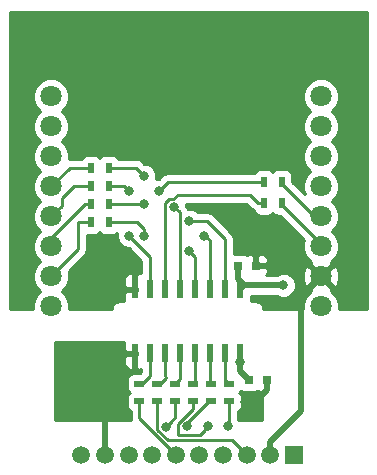
<source format=gtl>
G04 #@! TF.GenerationSoftware,KiCad,Pcbnew,(2017-09-19 revision dddaa7e69)-makepkg*
G04 #@! TF.CreationDate,2017-12-24T07:49:48+10:30*
G04 #@! TF.ProjectId,din_isolated_SPI,64696E5F69736F6C617465645F535049,rev?*
G04 #@! TF.SameCoordinates,Original*
G04 #@! TF.FileFunction,Copper,L1,Top,Signal*
G04 #@! TF.FilePolarity,Positive*
%FSLAX46Y46*%
G04 Gerber Fmt 4.6, Leading zero omitted, Abs format (unit mm)*
G04 Created by KiCad (PCBNEW (2017-09-19 revision dddaa7e69)-makepkg) date 12/24/17 07:49:48*
%MOMM*%
%LPD*%
G01*
G04 APERTURE LIST*
%ADD10R,0.900000X0.500000*%
%ADD11R,0.800000X0.750000*%
%ADD12R,0.500000X0.900000*%
%ADD13R,0.600000X1.500000*%
%ADD14C,1.500000*%
%ADD15R,1.500000X1.500000*%
%ADD16C,1.800000*%
%ADD17C,0.800000*%
%ADD18C,0.250000*%
%ADD19C,0.500000*%
%ADD20C,0.254000*%
G04 APERTURE END LIST*
D10*
X128651000Y-83768500D03*
X128651000Y-85268500D03*
D11*
X138482000Y-73787000D03*
X136982000Y-73787000D03*
X137934000Y-83439000D03*
X139434000Y-83439000D03*
D12*
X124536000Y-67013700D03*
X126036000Y-67013700D03*
X126036000Y-65468500D03*
X124536000Y-65468500D03*
X124536000Y-68558800D03*
X126036000Y-68558800D03*
X126036000Y-70104000D03*
X124536000Y-70104000D03*
X140704000Y-66675000D03*
X139204000Y-66675000D03*
D10*
X136271000Y-85268500D03*
X136271000Y-83768500D03*
X133223000Y-83768500D03*
X133223000Y-85268500D03*
X131699000Y-85268500D03*
X131699000Y-83768500D03*
X130175000Y-83768500D03*
X130175000Y-85268500D03*
D12*
X139204000Y-68453000D03*
X140704000Y-68453000D03*
D10*
X134747000Y-83768500D03*
X134747000Y-85268500D03*
D13*
X137160000Y-81186000D03*
X135890000Y-81186000D03*
X134620000Y-81186000D03*
X133350000Y-81186000D03*
X132080000Y-81186000D03*
X130810000Y-81186000D03*
X129540000Y-81186000D03*
X128270000Y-81186000D03*
X128270000Y-75786000D03*
X129540000Y-75786000D03*
X130810000Y-75786000D03*
X132080000Y-75786000D03*
X133350000Y-75786000D03*
X134620000Y-75786000D03*
X135890000Y-75786000D03*
X137160000Y-75786000D03*
D14*
X123732000Y-89789000D03*
X125732000Y-89789000D03*
X127732000Y-89789000D03*
X129732000Y-89789000D03*
X131732000Y-89789000D03*
X133732000Y-89789000D03*
X135732000Y-89789000D03*
X137732000Y-89789000D03*
X139732000Y-89789000D03*
D15*
X141732000Y-89789000D03*
D16*
X144018000Y-59436000D03*
X144018000Y-61976000D03*
X144018000Y-64516000D03*
X144018000Y-67056000D03*
X144018000Y-69596000D03*
X144018000Y-72136000D03*
X144018000Y-74676000D03*
X144018000Y-77216000D03*
X121158000Y-77216000D03*
X121158000Y-74676000D03*
X121158000Y-72136000D03*
X121158000Y-69596000D03*
X121158000Y-67056000D03*
X121158000Y-64516000D03*
X121158000Y-61976000D03*
X121158000Y-59436000D03*
D17*
X127762000Y-67437000D03*
X127762000Y-71246988D03*
X130914712Y-87401978D03*
X132715000Y-87376000D03*
X136144000Y-87376000D03*
X130302008Y-67437000D03*
X131591054Y-68782715D03*
X129032000Y-71247004D03*
X132842000Y-72517004D03*
X129031996Y-68580000D03*
X134111990Y-71247000D03*
X129032000Y-66166998D03*
X132842000Y-69977000D03*
X137160000Y-81914966D03*
X134493000Y-87376000D03*
X123952000Y-76327000D03*
X118872000Y-61087000D03*
X118872000Y-58547000D03*
X118872000Y-56007000D03*
X118872000Y-63627000D03*
X118872000Y-66167000D03*
X118872000Y-68707000D03*
X118872000Y-71247000D03*
X118872000Y-73787000D03*
X118872000Y-76327000D03*
X146812000Y-76327000D03*
X146812000Y-73787000D03*
X146812000Y-71247000D03*
X146812000Y-68707000D03*
X146812000Y-66167000D03*
X146812000Y-63627000D03*
X146812000Y-61087000D03*
X146812000Y-58547000D03*
X146812000Y-56007000D03*
X146812000Y-53467000D03*
X144272000Y-53467000D03*
X141732000Y-53467000D03*
X139192000Y-53467000D03*
X136652000Y-53467000D03*
X134112000Y-53467000D03*
X131445000Y-53467000D03*
X129032000Y-53467000D03*
X126492000Y-53467000D03*
X123952000Y-53467000D03*
X121412000Y-53467000D03*
X118872000Y-53467000D03*
X125147774Y-85686206D03*
X137621004Y-85288635D03*
X125222000Y-83947000D03*
X125222000Y-81534000D03*
X140843000Y-75438000D03*
D18*
X140704000Y-68453000D02*
X140704000Y-68653000D01*
X140704000Y-68653000D02*
X144018000Y-71967000D01*
X144018000Y-71967000D02*
X144018000Y-72136000D01*
X140704000Y-66675000D02*
X140704000Y-66875000D01*
X140704000Y-66875000D02*
X143425000Y-69596000D01*
X143425000Y-69596000D02*
X144018000Y-69596000D01*
X121158000Y-71436800D02*
X121158000Y-72136000D01*
X124036000Y-68558800D02*
X121158000Y-71436800D01*
X124536000Y-68558800D02*
X124036000Y-68558800D01*
X122057999Y-68061001D02*
X123105300Y-67013700D01*
X123105300Y-67013700D02*
X124536000Y-67013700D01*
X121158000Y-69596000D02*
X122057999Y-68696001D01*
X122057999Y-68696001D02*
X122057999Y-68061001D01*
X121158000Y-67056000D02*
X122745500Y-65468500D01*
X122745500Y-65468500D02*
X124536000Y-65468500D01*
X127362001Y-67037001D02*
X127762000Y-67437000D01*
X126036000Y-67013700D02*
X127338700Y-67013700D01*
X127338700Y-67013700D02*
X127362001Y-67037001D01*
X128161999Y-71646987D02*
X127762000Y-71246988D01*
X129540000Y-73024988D02*
X128161999Y-71646987D01*
X129540000Y-75786000D02*
X129540000Y-73024988D01*
X131729892Y-89789000D02*
X131732000Y-89789000D01*
X128651000Y-85268500D02*
X128651000Y-86710108D01*
X128651000Y-86710108D02*
X131729892Y-89789000D01*
X129540000Y-81186000D02*
X129540000Y-83079500D01*
X129540000Y-83079500D02*
X128851000Y-83768500D01*
X128851000Y-83768500D02*
X128651000Y-83768500D01*
X130810000Y-81186000D02*
X130810000Y-83133500D01*
X130810000Y-83133500D02*
X130875000Y-83198500D01*
X130875000Y-83198500D02*
X130875000Y-83268500D01*
X130375000Y-83768500D02*
X130175000Y-83768500D01*
X130875000Y-83268500D02*
X130375000Y-83768500D01*
X137732000Y-89789000D02*
X136462000Y-88519000D01*
X136462000Y-88519000D02*
X131025592Y-88519000D01*
X131025592Y-88519000D02*
X130175000Y-87668408D01*
X130175000Y-87668408D02*
X130175000Y-85268500D01*
X132080000Y-81186000D02*
X132080000Y-83387500D01*
X132080000Y-83387500D02*
X131699000Y-83768500D01*
X133350000Y-81186000D02*
X133350000Y-83641500D01*
X133350000Y-83641500D02*
X133223000Y-83768500D01*
X131699000Y-86617690D02*
X131314711Y-87001979D01*
X131699000Y-85268500D02*
X131699000Y-86617690D01*
X131314711Y-87001979D02*
X130914712Y-87401978D01*
X134547000Y-85268500D02*
X132715000Y-87100500D01*
X134747000Y-85268500D02*
X134547000Y-85268500D01*
X132715000Y-87100500D02*
X132715000Y-87376000D01*
X134620000Y-81186000D02*
X134620000Y-83641500D01*
X134620000Y-83641500D02*
X134747000Y-83768500D01*
X135890000Y-81186000D02*
X135890000Y-83387500D01*
X135890000Y-83387500D02*
X136271000Y-83768500D01*
X136271000Y-87249000D02*
X136144000Y-87376000D01*
X136271000Y-85268500D02*
X136271000Y-87249000D01*
X138004000Y-67753000D02*
X131874004Y-67753000D01*
X131874004Y-67753000D02*
X131515002Y-68112002D01*
X130810000Y-68469996D02*
X130810000Y-74786000D01*
X131515002Y-68112002D02*
X131167994Y-68112002D01*
X131167994Y-68112002D02*
X130810000Y-68469996D01*
X130810000Y-74786000D02*
X130810000Y-75786000D01*
X138704000Y-68453000D02*
X138004000Y-67753000D01*
X139204000Y-68453000D02*
X138704000Y-68453000D01*
X130702007Y-67037001D02*
X130302008Y-67437000D01*
X139204000Y-66675000D02*
X131064008Y-66675000D01*
X132080000Y-69271661D02*
X131991053Y-69182714D01*
X131064008Y-66675000D02*
X130702007Y-67037001D01*
X132080000Y-75786000D02*
X132080000Y-69271661D01*
X131991053Y-69182714D02*
X131591054Y-68782715D01*
X127889000Y-70104000D02*
X128454681Y-70104000D01*
X128454681Y-70104000D02*
X129032000Y-70681319D01*
X129032000Y-70681319D02*
X129032000Y-71247004D01*
X133241999Y-72917003D02*
X132842000Y-72517004D01*
X133350000Y-73025004D02*
X133241999Y-72917003D01*
X133350000Y-75786000D02*
X133350000Y-73025004D01*
X126036000Y-70104000D02*
X127889000Y-70104000D01*
X127762000Y-70104000D02*
X127889000Y-70104000D01*
X127635000Y-68580000D02*
X129031996Y-68580000D01*
X134130989Y-71228001D02*
X134111990Y-71247000D01*
X134220001Y-71228001D02*
X134130989Y-71228001D01*
X134620000Y-75786000D02*
X134620000Y-71628000D01*
X134620000Y-71628000D02*
X134220001Y-71228001D01*
X126557200Y-68580000D02*
X127635000Y-68580000D01*
X127635000Y-68580000D02*
X127762000Y-68580000D01*
X126036000Y-68558800D02*
X126536000Y-68558800D01*
X126536000Y-68558800D02*
X126557200Y-68580000D01*
X128632001Y-65766999D02*
X129032000Y-66166998D01*
X128333502Y-65468500D02*
X128632001Y-65766999D01*
X126036000Y-65468500D02*
X128333502Y-65468500D01*
X135890000Y-75786000D02*
X135890000Y-71517998D01*
X134349002Y-69977000D02*
X133407685Y-69977000D01*
X135890000Y-71517998D02*
X134349002Y-69977000D01*
X133407685Y-69977000D02*
X132842000Y-69977000D01*
D19*
X137284966Y-81914966D02*
X137160000Y-81914966D01*
X137160000Y-81186000D02*
X137160000Y-82665000D01*
X137160000Y-82665000D02*
X137934000Y-83439000D01*
D18*
X124536000Y-70104000D02*
X123444000Y-70104000D01*
X123444000Y-70104000D02*
X123444000Y-72390000D01*
X123444000Y-72390000D02*
X121158000Y-74676000D01*
X134093001Y-87775999D02*
X134493000Y-87376000D01*
X131912998Y-88081007D02*
X131950980Y-88118989D01*
X131912998Y-87178998D02*
X131912998Y-88081007D01*
X133750011Y-88118989D02*
X134093001Y-87775999D01*
X133223000Y-85868996D02*
X131912998Y-87178998D01*
X131950980Y-88118989D02*
X133750011Y-88118989D01*
X133223000Y-85268500D02*
X133223000Y-85868996D01*
D19*
X139732000Y-89789000D02*
X139732000Y-88728340D01*
X139732000Y-88728340D02*
X142367999Y-86092341D01*
X142367999Y-86092341D02*
X142367999Y-76326001D01*
X142367999Y-76326001D02*
X143118001Y-75575999D01*
X143118001Y-75575999D02*
X144018000Y-74676000D01*
X125732000Y-86270432D02*
X125547773Y-86086205D01*
X125732000Y-89789000D02*
X125732000Y-86270432D01*
X125547773Y-86086205D02*
X125147774Y-85686206D01*
X139434000Y-84314000D02*
X138459365Y-85288635D01*
X139434000Y-83439000D02*
X139434000Y-84314000D01*
X138186689Y-85288635D02*
X137621004Y-85288635D01*
X138459365Y-85288635D02*
X138186689Y-85288635D01*
X137508000Y-75438000D02*
X136982000Y-74912000D01*
X136982000Y-74912000D02*
X136982000Y-73787000D01*
X140843000Y-75438000D02*
X137508000Y-75438000D01*
X137508000Y-75438000D02*
X137160000Y-75786000D01*
D20*
G36*
X147880000Y-77470000D02*
X145552779Y-77470000D01*
X145553265Y-76912009D01*
X145320068Y-76347629D01*
X144888643Y-75915449D01*
X144867806Y-75906797D01*
X144918554Y-75756159D01*
X144018000Y-74855605D01*
X143117446Y-75756159D01*
X143168035Y-75906327D01*
X143149629Y-75913932D01*
X142717449Y-76345357D01*
X142483267Y-76909330D01*
X142482779Y-77470000D01*
X139140000Y-77470000D01*
X139085954Y-77198295D01*
X138932046Y-76967954D01*
X138701705Y-76814046D01*
X138430000Y-76760000D01*
X138062884Y-76760000D01*
X138107440Y-76536000D01*
X138107440Y-76323000D01*
X140275415Y-76323000D01*
X140636223Y-76472820D01*
X141047971Y-76473179D01*
X141428515Y-76315942D01*
X141719919Y-76025046D01*
X141877820Y-75644777D01*
X141878179Y-75233029D01*
X141720942Y-74852485D01*
X141430046Y-74561081D01*
X141127218Y-74435336D01*
X142471542Y-74435336D01*
X142497161Y-75045460D01*
X142681357Y-75490148D01*
X142937841Y-75576554D01*
X143838395Y-74676000D01*
X144197605Y-74676000D01*
X145098159Y-75576554D01*
X145354643Y-75490148D01*
X145564458Y-74916664D01*
X145538839Y-74306540D01*
X145354643Y-73861852D01*
X145098159Y-73775446D01*
X144197605Y-74676000D01*
X143838395Y-74676000D01*
X142937841Y-73775446D01*
X142681357Y-73861852D01*
X142471542Y-74435336D01*
X141127218Y-74435336D01*
X141049777Y-74403180D01*
X140638029Y-74402821D01*
X140274567Y-74553000D01*
X139389026Y-74553000D01*
X139420327Y-74521699D01*
X139517000Y-74288310D01*
X139517000Y-74072750D01*
X139358250Y-73914000D01*
X138609000Y-73914000D01*
X138609000Y-73934000D01*
X138355000Y-73934000D01*
X138355000Y-73914000D01*
X138335000Y-73914000D01*
X138335000Y-73660000D01*
X138355000Y-73660000D01*
X138355000Y-72935750D01*
X138609000Y-72935750D01*
X138609000Y-73660000D01*
X139358250Y-73660000D01*
X139517000Y-73501250D01*
X139517000Y-73285690D01*
X139420327Y-73052301D01*
X139241698Y-72873673D01*
X139008309Y-72777000D01*
X138767750Y-72777000D01*
X138609000Y-72935750D01*
X138355000Y-72935750D01*
X138196250Y-72777000D01*
X137955691Y-72777000D01*
X137722302Y-72873673D01*
X137721102Y-72874873D01*
X137629765Y-72813843D01*
X137382000Y-72764560D01*
X136650000Y-72764560D01*
X136650000Y-71517998D01*
X136636864Y-71451959D01*
X136592148Y-71227158D01*
X136427401Y-70980597D01*
X134886403Y-69439599D01*
X134639841Y-69274852D01*
X134349002Y-69217000D01*
X133545761Y-69217000D01*
X133429046Y-69100081D01*
X133048777Y-68942180D01*
X132756158Y-68941925D01*
X132626085Y-68747257D01*
X132626233Y-68577744D01*
X132599481Y-68513000D01*
X137689198Y-68513000D01*
X138166598Y-68990401D01*
X138324940Y-69096201D01*
X138348063Y-69111651D01*
X138355843Y-69150765D01*
X138496191Y-69360809D01*
X138706235Y-69501157D01*
X138954000Y-69550440D01*
X139454000Y-69550440D01*
X139701765Y-69501157D01*
X139911809Y-69360809D01*
X139954000Y-69297666D01*
X139996191Y-69360809D01*
X140206235Y-69501157D01*
X140454000Y-69550440D01*
X140526638Y-69550440D01*
X142577820Y-71601622D01*
X142483267Y-71829330D01*
X142482735Y-72439991D01*
X142715932Y-73004371D01*
X143147357Y-73436551D01*
X143168194Y-73445203D01*
X143117446Y-73595841D01*
X144018000Y-74496395D01*
X144918554Y-73595841D01*
X144867965Y-73445673D01*
X144886371Y-73438068D01*
X145318551Y-73006643D01*
X145552733Y-72442670D01*
X145553265Y-71832009D01*
X145320068Y-71267629D01*
X144918818Y-70865677D01*
X145318551Y-70466643D01*
X145552733Y-69902670D01*
X145553265Y-69292009D01*
X145320068Y-68727629D01*
X144918818Y-68325677D01*
X145318551Y-67926643D01*
X145552733Y-67362670D01*
X145553265Y-66752009D01*
X145320068Y-66187629D01*
X144918818Y-65785677D01*
X145318551Y-65386643D01*
X145552733Y-64822670D01*
X145553265Y-64212009D01*
X145320068Y-63647629D01*
X144918818Y-63245677D01*
X145318551Y-62846643D01*
X145552733Y-62282670D01*
X145553265Y-61672009D01*
X145320068Y-61107629D01*
X144918818Y-60705677D01*
X145318551Y-60306643D01*
X145552733Y-59742670D01*
X145553265Y-59132009D01*
X145320068Y-58567629D01*
X144888643Y-58135449D01*
X144324670Y-57901267D01*
X143714009Y-57900735D01*
X143149629Y-58133932D01*
X142717449Y-58565357D01*
X142483267Y-59129330D01*
X142482735Y-59739991D01*
X142715932Y-60304371D01*
X143117182Y-60706323D01*
X142717449Y-61105357D01*
X142483267Y-61669330D01*
X142482735Y-62279991D01*
X142715932Y-62844371D01*
X143117182Y-63246323D01*
X142717449Y-63645357D01*
X142483267Y-64209330D01*
X142482735Y-64819991D01*
X142715932Y-65384371D01*
X143117182Y-65786323D01*
X142717449Y-66185357D01*
X142483267Y-66749330D01*
X142482735Y-67359991D01*
X142636899Y-67733097D01*
X141601440Y-66697638D01*
X141601440Y-66225000D01*
X141552157Y-65977235D01*
X141411809Y-65767191D01*
X141201765Y-65626843D01*
X140954000Y-65577560D01*
X140454000Y-65577560D01*
X140206235Y-65626843D01*
X139996191Y-65767191D01*
X139954000Y-65830334D01*
X139911809Y-65767191D01*
X139701765Y-65626843D01*
X139454000Y-65577560D01*
X138954000Y-65577560D01*
X138706235Y-65626843D01*
X138496191Y-65767191D01*
X138397427Y-65915000D01*
X131064008Y-65915000D01*
X130773169Y-65972852D01*
X130526607Y-66137599D01*
X130262241Y-66401965D01*
X130097037Y-66401821D01*
X130046504Y-66422701D01*
X130066820Y-66373775D01*
X130067179Y-65962027D01*
X129909942Y-65581483D01*
X129619046Y-65290079D01*
X129238777Y-65132178D01*
X129071836Y-65132032D01*
X128870903Y-64931099D01*
X128624341Y-64766352D01*
X128333502Y-64708500D01*
X126842573Y-64708500D01*
X126743809Y-64560691D01*
X126533765Y-64420343D01*
X126286000Y-64371060D01*
X125786000Y-64371060D01*
X125538235Y-64420343D01*
X125328191Y-64560691D01*
X125286000Y-64623834D01*
X125243809Y-64560691D01*
X125033765Y-64420343D01*
X124786000Y-64371060D01*
X124286000Y-64371060D01*
X124038235Y-64420343D01*
X123828191Y-64560691D01*
X123729427Y-64708500D01*
X122745500Y-64708500D01*
X122692823Y-64718978D01*
X122693265Y-64212009D01*
X122460068Y-63647629D01*
X122058818Y-63245677D01*
X122458551Y-62846643D01*
X122692733Y-62282670D01*
X122693265Y-61672009D01*
X122460068Y-61107629D01*
X122058818Y-60705677D01*
X122458551Y-60306643D01*
X122692733Y-59742670D01*
X122693265Y-59132009D01*
X122460068Y-58567629D01*
X122028643Y-58135449D01*
X121464670Y-57901267D01*
X120854009Y-57900735D01*
X120289629Y-58133932D01*
X119857449Y-58565357D01*
X119623267Y-59129330D01*
X119622735Y-59739991D01*
X119855932Y-60304371D01*
X120257182Y-60706323D01*
X119857449Y-61105357D01*
X119623267Y-61669330D01*
X119622735Y-62279991D01*
X119855932Y-62844371D01*
X120257182Y-63246323D01*
X119857449Y-63645357D01*
X119623267Y-64209330D01*
X119622735Y-64819991D01*
X119855932Y-65384371D01*
X120257182Y-65786323D01*
X119857449Y-66185357D01*
X119623267Y-66749330D01*
X119622735Y-67359991D01*
X119855932Y-67924371D01*
X120257182Y-68326323D01*
X119857449Y-68725357D01*
X119623267Y-69289330D01*
X119622735Y-69899991D01*
X119855932Y-70464371D01*
X120257182Y-70866323D01*
X119857449Y-71265357D01*
X119623267Y-71829330D01*
X119622735Y-72439991D01*
X119855932Y-73004371D01*
X120257182Y-73406323D01*
X119857449Y-73805357D01*
X119623267Y-74369330D01*
X119622735Y-74979991D01*
X119855932Y-75544371D01*
X120257182Y-75946323D01*
X119857449Y-76345357D01*
X119623267Y-76909330D01*
X119622779Y-77470000D01*
X117729000Y-77470000D01*
X117729000Y-52324000D01*
X147880000Y-52324000D01*
X147880000Y-77470000D01*
X147880000Y-77470000D01*
G37*
X147880000Y-77470000D02*
X145552779Y-77470000D01*
X145553265Y-76912009D01*
X145320068Y-76347629D01*
X144888643Y-75915449D01*
X144867806Y-75906797D01*
X144918554Y-75756159D01*
X144018000Y-74855605D01*
X143117446Y-75756159D01*
X143168035Y-75906327D01*
X143149629Y-75913932D01*
X142717449Y-76345357D01*
X142483267Y-76909330D01*
X142482779Y-77470000D01*
X139140000Y-77470000D01*
X139085954Y-77198295D01*
X138932046Y-76967954D01*
X138701705Y-76814046D01*
X138430000Y-76760000D01*
X138062884Y-76760000D01*
X138107440Y-76536000D01*
X138107440Y-76323000D01*
X140275415Y-76323000D01*
X140636223Y-76472820D01*
X141047971Y-76473179D01*
X141428515Y-76315942D01*
X141719919Y-76025046D01*
X141877820Y-75644777D01*
X141878179Y-75233029D01*
X141720942Y-74852485D01*
X141430046Y-74561081D01*
X141127218Y-74435336D01*
X142471542Y-74435336D01*
X142497161Y-75045460D01*
X142681357Y-75490148D01*
X142937841Y-75576554D01*
X143838395Y-74676000D01*
X144197605Y-74676000D01*
X145098159Y-75576554D01*
X145354643Y-75490148D01*
X145564458Y-74916664D01*
X145538839Y-74306540D01*
X145354643Y-73861852D01*
X145098159Y-73775446D01*
X144197605Y-74676000D01*
X143838395Y-74676000D01*
X142937841Y-73775446D01*
X142681357Y-73861852D01*
X142471542Y-74435336D01*
X141127218Y-74435336D01*
X141049777Y-74403180D01*
X140638029Y-74402821D01*
X140274567Y-74553000D01*
X139389026Y-74553000D01*
X139420327Y-74521699D01*
X139517000Y-74288310D01*
X139517000Y-74072750D01*
X139358250Y-73914000D01*
X138609000Y-73914000D01*
X138609000Y-73934000D01*
X138355000Y-73934000D01*
X138355000Y-73914000D01*
X138335000Y-73914000D01*
X138335000Y-73660000D01*
X138355000Y-73660000D01*
X138355000Y-72935750D01*
X138609000Y-72935750D01*
X138609000Y-73660000D01*
X139358250Y-73660000D01*
X139517000Y-73501250D01*
X139517000Y-73285690D01*
X139420327Y-73052301D01*
X139241698Y-72873673D01*
X139008309Y-72777000D01*
X138767750Y-72777000D01*
X138609000Y-72935750D01*
X138355000Y-72935750D01*
X138196250Y-72777000D01*
X137955691Y-72777000D01*
X137722302Y-72873673D01*
X137721102Y-72874873D01*
X137629765Y-72813843D01*
X137382000Y-72764560D01*
X136650000Y-72764560D01*
X136650000Y-71517998D01*
X136636864Y-71451959D01*
X136592148Y-71227158D01*
X136427401Y-70980597D01*
X134886403Y-69439599D01*
X134639841Y-69274852D01*
X134349002Y-69217000D01*
X133545761Y-69217000D01*
X133429046Y-69100081D01*
X133048777Y-68942180D01*
X132756158Y-68941925D01*
X132626085Y-68747257D01*
X132626233Y-68577744D01*
X132599481Y-68513000D01*
X137689198Y-68513000D01*
X138166598Y-68990401D01*
X138324940Y-69096201D01*
X138348063Y-69111651D01*
X138355843Y-69150765D01*
X138496191Y-69360809D01*
X138706235Y-69501157D01*
X138954000Y-69550440D01*
X139454000Y-69550440D01*
X139701765Y-69501157D01*
X139911809Y-69360809D01*
X139954000Y-69297666D01*
X139996191Y-69360809D01*
X140206235Y-69501157D01*
X140454000Y-69550440D01*
X140526638Y-69550440D01*
X142577820Y-71601622D01*
X142483267Y-71829330D01*
X142482735Y-72439991D01*
X142715932Y-73004371D01*
X143147357Y-73436551D01*
X143168194Y-73445203D01*
X143117446Y-73595841D01*
X144018000Y-74496395D01*
X144918554Y-73595841D01*
X144867965Y-73445673D01*
X144886371Y-73438068D01*
X145318551Y-73006643D01*
X145552733Y-72442670D01*
X145553265Y-71832009D01*
X145320068Y-71267629D01*
X144918818Y-70865677D01*
X145318551Y-70466643D01*
X145552733Y-69902670D01*
X145553265Y-69292009D01*
X145320068Y-68727629D01*
X144918818Y-68325677D01*
X145318551Y-67926643D01*
X145552733Y-67362670D01*
X145553265Y-66752009D01*
X145320068Y-66187629D01*
X144918818Y-65785677D01*
X145318551Y-65386643D01*
X145552733Y-64822670D01*
X145553265Y-64212009D01*
X145320068Y-63647629D01*
X144918818Y-63245677D01*
X145318551Y-62846643D01*
X145552733Y-62282670D01*
X145553265Y-61672009D01*
X145320068Y-61107629D01*
X144918818Y-60705677D01*
X145318551Y-60306643D01*
X145552733Y-59742670D01*
X145553265Y-59132009D01*
X145320068Y-58567629D01*
X144888643Y-58135449D01*
X144324670Y-57901267D01*
X143714009Y-57900735D01*
X143149629Y-58133932D01*
X142717449Y-58565357D01*
X142483267Y-59129330D01*
X142482735Y-59739991D01*
X142715932Y-60304371D01*
X143117182Y-60706323D01*
X142717449Y-61105357D01*
X142483267Y-61669330D01*
X142482735Y-62279991D01*
X142715932Y-62844371D01*
X143117182Y-63246323D01*
X142717449Y-63645357D01*
X142483267Y-64209330D01*
X142482735Y-64819991D01*
X142715932Y-65384371D01*
X143117182Y-65786323D01*
X142717449Y-66185357D01*
X142483267Y-66749330D01*
X142482735Y-67359991D01*
X142636899Y-67733097D01*
X141601440Y-66697638D01*
X141601440Y-66225000D01*
X141552157Y-65977235D01*
X141411809Y-65767191D01*
X141201765Y-65626843D01*
X140954000Y-65577560D01*
X140454000Y-65577560D01*
X140206235Y-65626843D01*
X139996191Y-65767191D01*
X139954000Y-65830334D01*
X139911809Y-65767191D01*
X139701765Y-65626843D01*
X139454000Y-65577560D01*
X138954000Y-65577560D01*
X138706235Y-65626843D01*
X138496191Y-65767191D01*
X138397427Y-65915000D01*
X131064008Y-65915000D01*
X130773169Y-65972852D01*
X130526607Y-66137599D01*
X130262241Y-66401965D01*
X130097037Y-66401821D01*
X130046504Y-66422701D01*
X130066820Y-66373775D01*
X130067179Y-65962027D01*
X129909942Y-65581483D01*
X129619046Y-65290079D01*
X129238777Y-65132178D01*
X129071836Y-65132032D01*
X128870903Y-64931099D01*
X128624341Y-64766352D01*
X128333502Y-64708500D01*
X126842573Y-64708500D01*
X126743809Y-64560691D01*
X126533765Y-64420343D01*
X126286000Y-64371060D01*
X125786000Y-64371060D01*
X125538235Y-64420343D01*
X125328191Y-64560691D01*
X125286000Y-64623834D01*
X125243809Y-64560691D01*
X125033765Y-64420343D01*
X124786000Y-64371060D01*
X124286000Y-64371060D01*
X124038235Y-64420343D01*
X123828191Y-64560691D01*
X123729427Y-64708500D01*
X122745500Y-64708500D01*
X122692823Y-64718978D01*
X122693265Y-64212009D01*
X122460068Y-63647629D01*
X122058818Y-63245677D01*
X122458551Y-62846643D01*
X122692733Y-62282670D01*
X122693265Y-61672009D01*
X122460068Y-61107629D01*
X122058818Y-60705677D01*
X122458551Y-60306643D01*
X122692733Y-59742670D01*
X122693265Y-59132009D01*
X122460068Y-58567629D01*
X122028643Y-58135449D01*
X121464670Y-57901267D01*
X120854009Y-57900735D01*
X120289629Y-58133932D01*
X119857449Y-58565357D01*
X119623267Y-59129330D01*
X119622735Y-59739991D01*
X119855932Y-60304371D01*
X120257182Y-60706323D01*
X119857449Y-61105357D01*
X119623267Y-61669330D01*
X119622735Y-62279991D01*
X119855932Y-62844371D01*
X120257182Y-63246323D01*
X119857449Y-63645357D01*
X119623267Y-64209330D01*
X119622735Y-64819991D01*
X119855932Y-65384371D01*
X120257182Y-65786323D01*
X119857449Y-66185357D01*
X119623267Y-66749330D01*
X119622735Y-67359991D01*
X119855932Y-67924371D01*
X120257182Y-68326323D01*
X119857449Y-68725357D01*
X119623267Y-69289330D01*
X119622735Y-69899991D01*
X119855932Y-70464371D01*
X120257182Y-70866323D01*
X119857449Y-71265357D01*
X119623267Y-71829330D01*
X119622735Y-72439991D01*
X119855932Y-73004371D01*
X120257182Y-73406323D01*
X119857449Y-73805357D01*
X119623267Y-74369330D01*
X119622735Y-74979991D01*
X119855932Y-75544371D01*
X120257182Y-75946323D01*
X119857449Y-76345357D01*
X119623267Y-76909330D01*
X119622779Y-77470000D01*
X117729000Y-77470000D01*
X117729000Y-52324000D01*
X147880000Y-52324000D01*
X147880000Y-77470000D01*
G36*
X125328191Y-71011809D02*
X125538235Y-71152157D01*
X125786000Y-71201440D01*
X126286000Y-71201440D01*
X126533765Y-71152157D01*
X126737117Y-71016281D01*
X126727180Y-71040211D01*
X126726821Y-71451959D01*
X126884058Y-71832503D01*
X127174954Y-72123907D01*
X127555223Y-72281808D01*
X127722164Y-72281954D01*
X128780000Y-73339790D01*
X128780000Y-74435666D01*
X128696310Y-74401000D01*
X128555750Y-74401000D01*
X128397000Y-74559750D01*
X128397000Y-75659000D01*
X128417000Y-75659000D01*
X128417000Y-75913000D01*
X128397000Y-75913000D01*
X128397000Y-75933000D01*
X128143000Y-75933000D01*
X128143000Y-75913000D01*
X127493750Y-75913000D01*
X127335000Y-76071750D01*
X127335000Y-76662309D01*
X127375465Y-76760000D01*
X127000000Y-76760000D01*
X126728295Y-76814046D01*
X126497954Y-76967954D01*
X126344046Y-77198295D01*
X126290000Y-77470000D01*
X122692779Y-77470000D01*
X122693265Y-76912009D01*
X122460068Y-76347629D01*
X122058818Y-75945677D01*
X122458551Y-75546643D01*
X122692733Y-74982670D01*
X122692796Y-74909691D01*
X127335000Y-74909691D01*
X127335000Y-75500250D01*
X127493750Y-75659000D01*
X128143000Y-75659000D01*
X128143000Y-74559750D01*
X127984250Y-74401000D01*
X127843690Y-74401000D01*
X127610301Y-74497673D01*
X127431673Y-74676302D01*
X127335000Y-74909691D01*
X122692796Y-74909691D01*
X122693265Y-74372009D01*
X122647515Y-74261287D01*
X123981401Y-72927401D01*
X124146148Y-72680840D01*
X124204000Y-72390000D01*
X124204000Y-71185129D01*
X124286000Y-71201440D01*
X124786000Y-71201440D01*
X125033765Y-71152157D01*
X125243809Y-71011809D01*
X125286000Y-70948666D01*
X125328191Y-71011809D01*
X125328191Y-71011809D01*
G37*
X125328191Y-71011809D02*
X125538235Y-71152157D01*
X125786000Y-71201440D01*
X126286000Y-71201440D01*
X126533765Y-71152157D01*
X126737117Y-71016281D01*
X126727180Y-71040211D01*
X126726821Y-71451959D01*
X126884058Y-71832503D01*
X127174954Y-72123907D01*
X127555223Y-72281808D01*
X127722164Y-72281954D01*
X128780000Y-73339790D01*
X128780000Y-74435666D01*
X128696310Y-74401000D01*
X128555750Y-74401000D01*
X128397000Y-74559750D01*
X128397000Y-75659000D01*
X128417000Y-75659000D01*
X128417000Y-75913000D01*
X128397000Y-75913000D01*
X128397000Y-75933000D01*
X128143000Y-75933000D01*
X128143000Y-75913000D01*
X127493750Y-75913000D01*
X127335000Y-76071750D01*
X127335000Y-76662309D01*
X127375465Y-76760000D01*
X127000000Y-76760000D01*
X126728295Y-76814046D01*
X126497954Y-76967954D01*
X126344046Y-77198295D01*
X126290000Y-77470000D01*
X122692779Y-77470000D01*
X122693265Y-76912009D01*
X122460068Y-76347629D01*
X122058818Y-75945677D01*
X122458551Y-75546643D01*
X122692733Y-74982670D01*
X122692796Y-74909691D01*
X127335000Y-74909691D01*
X127335000Y-75500250D01*
X127493750Y-75659000D01*
X128143000Y-75659000D01*
X128143000Y-74559750D01*
X127984250Y-74401000D01*
X127843690Y-74401000D01*
X127610301Y-74497673D01*
X127431673Y-74676302D01*
X127335000Y-74909691D01*
X122692796Y-74909691D01*
X122693265Y-74372009D01*
X122647515Y-74261287D01*
X123981401Y-72927401D01*
X124146148Y-72680840D01*
X124204000Y-72390000D01*
X124204000Y-71185129D01*
X124286000Y-71201440D01*
X124786000Y-71201440D01*
X125033765Y-71152157D01*
X125243809Y-71011809D01*
X125286000Y-70948666D01*
X125328191Y-71011809D01*
G36*
X127335000Y-80309691D02*
X127335000Y-80900250D01*
X127493750Y-81059000D01*
X128143000Y-81059000D01*
X128143000Y-81039000D01*
X128397000Y-81039000D01*
X128397000Y-81059000D01*
X128417000Y-81059000D01*
X128417000Y-81313000D01*
X128397000Y-81313000D01*
X128397000Y-82412250D01*
X128555750Y-82571000D01*
X128696310Y-82571000D01*
X128780000Y-82536334D01*
X128780000Y-82764698D01*
X128673638Y-82871060D01*
X128201000Y-82871060D01*
X127953235Y-82920343D01*
X127743191Y-83060691D01*
X127602843Y-83270735D01*
X127553560Y-83518500D01*
X127553560Y-84018500D01*
X127602843Y-84266265D01*
X127743191Y-84476309D01*
X127806334Y-84518500D01*
X127743191Y-84560691D01*
X127602843Y-84770735D01*
X127553560Y-85018500D01*
X127553560Y-85518500D01*
X127602843Y-85766265D01*
X127743191Y-85976309D01*
X127891000Y-86075073D01*
X127891000Y-86710108D01*
X127922407Y-86868000D01*
X121539000Y-86868000D01*
X121539000Y-81471750D01*
X127335000Y-81471750D01*
X127335000Y-82062309D01*
X127431673Y-82295698D01*
X127610301Y-82474327D01*
X127843690Y-82571000D01*
X127984250Y-82571000D01*
X128143000Y-82412250D01*
X128143000Y-81313000D01*
X127493750Y-81313000D01*
X127335000Y-81471750D01*
X121539000Y-81471750D01*
X121539000Y-80264000D01*
X127353926Y-80264000D01*
X127335000Y-80309691D01*
X127335000Y-80309691D01*
G37*
X127335000Y-80309691D02*
X127335000Y-80900250D01*
X127493750Y-81059000D01*
X128143000Y-81059000D01*
X128143000Y-81039000D01*
X128397000Y-81039000D01*
X128397000Y-81059000D01*
X128417000Y-81059000D01*
X128417000Y-81313000D01*
X128397000Y-81313000D01*
X128397000Y-82412250D01*
X128555750Y-82571000D01*
X128696310Y-82571000D01*
X128780000Y-82536334D01*
X128780000Y-82764698D01*
X128673638Y-82871060D01*
X128201000Y-82871060D01*
X127953235Y-82920343D01*
X127743191Y-83060691D01*
X127602843Y-83270735D01*
X127553560Y-83518500D01*
X127553560Y-84018500D01*
X127602843Y-84266265D01*
X127743191Y-84476309D01*
X127806334Y-84518500D01*
X127743191Y-84560691D01*
X127602843Y-84770735D01*
X127553560Y-85018500D01*
X127553560Y-85518500D01*
X127602843Y-85766265D01*
X127743191Y-85976309D01*
X127891000Y-86075073D01*
X127891000Y-86710108D01*
X127922407Y-86868000D01*
X121539000Y-86868000D01*
X121539000Y-81471750D01*
X127335000Y-81471750D01*
X127335000Y-82062309D01*
X127431673Y-82295698D01*
X127610301Y-82474327D01*
X127843690Y-82571000D01*
X127984250Y-82571000D01*
X128143000Y-82412250D01*
X128143000Y-81313000D01*
X127493750Y-81313000D01*
X127335000Y-81471750D01*
X121539000Y-81471750D01*
X121539000Y-80264000D01*
X127353926Y-80264000D01*
X127335000Y-80309691D01*
G36*
X138674302Y-84352327D02*
X138907691Y-84449000D01*
X139065000Y-84449000D01*
X139065000Y-86868000D01*
X137053970Y-86868000D01*
X137031000Y-86812407D01*
X137031000Y-86075073D01*
X137178809Y-85976309D01*
X137319157Y-85766265D01*
X137368440Y-85518500D01*
X137368440Y-85018500D01*
X137319157Y-84770735D01*
X137178809Y-84560691D01*
X137115666Y-84518500D01*
X137178809Y-84476309D01*
X137241602Y-84382334D01*
X137286235Y-84412157D01*
X137534000Y-84461440D01*
X138334000Y-84461440D01*
X138581765Y-84412157D01*
X138673102Y-84351127D01*
X138674302Y-84352327D01*
X138674302Y-84352327D01*
G37*
X138674302Y-84352327D02*
X138907691Y-84449000D01*
X139065000Y-84449000D01*
X139065000Y-86868000D01*
X137053970Y-86868000D01*
X137031000Y-86812407D01*
X137031000Y-86075073D01*
X137178809Y-85976309D01*
X137319157Y-85766265D01*
X137368440Y-85518500D01*
X137368440Y-85018500D01*
X137319157Y-84770735D01*
X137178809Y-84560691D01*
X137115666Y-84518500D01*
X137178809Y-84476309D01*
X137241602Y-84382334D01*
X137286235Y-84412157D01*
X137534000Y-84461440D01*
X138334000Y-84461440D01*
X138581765Y-84412157D01*
X138673102Y-84351127D01*
X138674302Y-84352327D01*
M02*

</source>
